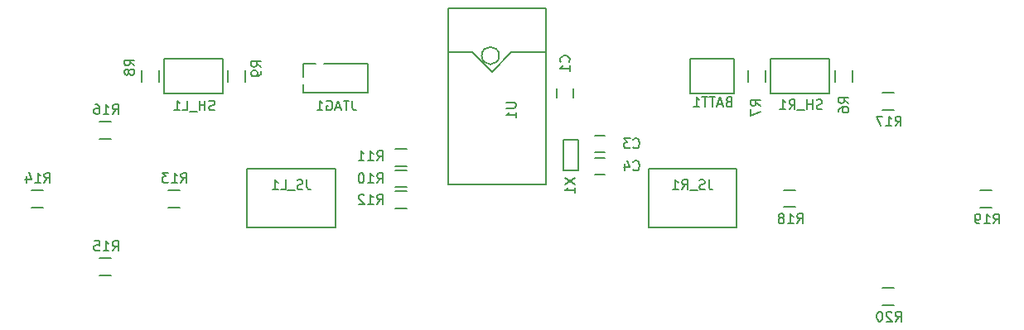
<source format=gbr>
G04 #@! TF.FileFunction,Legend,Bot*
%FSLAX46Y46*%
G04 Gerber Fmt 4.6, Leading zero omitted, Abs format (unit mm)*
G04 Created by KiCad (PCBNEW (2016-04-11 BZR 6687, Git f239aee)-product) date 4/14/2016 1:21:30 PM*
%MOMM*%
G01*
G04 APERTURE LIST*
%ADD10C,0.020000*%
%ADD11C,0.150000*%
G04 APERTURE END LIST*
D10*
D11*
X104585800Y-32877200D02*
X104585800Y-34077200D01*
X106335800Y-34077200D02*
X106335800Y-32877200D01*
X95695800Y-32877200D02*
X95695800Y-34077200D01*
X97445800Y-34077200D02*
X97445800Y-32877200D01*
X33719800Y-32826400D02*
X33719800Y-34026400D01*
X35469800Y-34026400D02*
X35469800Y-32826400D01*
X42508200Y-32877200D02*
X42508200Y-34077200D01*
X44258200Y-34077200D02*
X44258200Y-32877200D01*
X36382400Y-46874400D02*
X37582400Y-46874400D01*
X37582400Y-45124400D02*
X36382400Y-45124400D01*
X22412400Y-46874400D02*
X23612400Y-46874400D01*
X23612400Y-45124400D02*
X22412400Y-45124400D01*
X29397400Y-53859400D02*
X30597400Y-53859400D01*
X30597400Y-52109400D02*
X29397400Y-52109400D01*
X29397400Y-39864000D02*
X30597400Y-39864000D01*
X30597400Y-38114000D02*
X29397400Y-38114000D01*
X110582000Y-35142200D02*
X109382000Y-35142200D01*
X109382000Y-36892200D02*
X110582000Y-36892200D01*
X100549000Y-45099000D02*
X99349000Y-45099000D01*
X99349000Y-46849000D02*
X100549000Y-46849000D01*
X120615000Y-45124400D02*
X119415000Y-45124400D01*
X119415000Y-46874400D02*
X120615000Y-46874400D01*
X110607400Y-55132000D02*
X109407400Y-55132000D01*
X109407400Y-56882000D02*
X110607400Y-56882000D01*
X81018000Y-41236000D02*
X80018000Y-41236000D01*
X80018000Y-39536000D02*
X81018000Y-39536000D01*
X81018000Y-43522000D02*
X80018000Y-43522000D01*
X80018000Y-41822000D02*
X81018000Y-41822000D01*
X59598000Y-44817000D02*
X60798000Y-44817000D01*
X60798000Y-43067000D02*
X59598000Y-43067000D01*
X59598000Y-42658000D02*
X60798000Y-42658000D01*
X60798000Y-40908000D02*
X59598000Y-40908000D01*
X59598000Y-46976000D02*
X60798000Y-46976000D01*
X60798000Y-45226000D02*
X59598000Y-45226000D01*
X71500000Y-31000000D02*
X75000000Y-31000000D01*
X67500000Y-31000000D02*
X65000000Y-31000000D01*
X67500000Y-31000000D02*
X69500000Y-33000000D01*
X69500000Y-33000000D02*
X71500000Y-31000000D01*
X70240225Y-31350000D02*
G75*
G03X70240225Y-31350000I-890225J0D01*
G01*
X75000000Y-26500000D02*
X75000000Y-44500000D01*
X75000000Y-44500000D02*
X65000000Y-44500000D01*
X65000000Y-44500000D02*
X65000000Y-26500000D01*
X65000000Y-26500000D02*
X75000000Y-26500000D01*
X77812000Y-34679000D02*
X77812000Y-35679000D01*
X76112000Y-35679000D02*
X76112000Y-34679000D01*
X76847000Y-39929000D02*
X78347000Y-39929000D01*
X78347000Y-39929000D02*
X78347000Y-43129000D01*
X78347000Y-43129000D02*
X76847000Y-43129000D01*
X76847000Y-43129000D02*
X76847000Y-39929000D01*
X94250000Y-35200000D02*
X89750000Y-35200000D01*
X89750000Y-35200000D02*
X89750000Y-31700000D01*
X89750000Y-31700000D02*
X94250000Y-31700000D01*
X94250000Y-31700000D02*
X94250000Y-35200000D01*
X44500000Y-42900000D02*
X44500000Y-48900000D01*
X44500000Y-42900000D02*
X53500000Y-42900000D01*
X53500000Y-42900000D02*
X53500000Y-48900000D01*
X53500000Y-48900000D02*
X44500000Y-48900000D01*
X85500000Y-42900000D02*
X85500000Y-48900000D01*
X85500000Y-42900000D02*
X94500000Y-42900000D01*
X94500000Y-42900000D02*
X94500000Y-48900000D01*
X94500000Y-48900000D02*
X85500000Y-48900000D01*
X50200000Y-35100000D02*
X50200000Y-34300000D01*
X56850000Y-35100000D02*
X50200000Y-35100000D01*
X56850000Y-35100000D02*
X56850000Y-32150000D01*
X56850000Y-32150000D02*
X52300000Y-32150000D01*
X50200000Y-33500000D02*
X50200000Y-32150000D01*
X50200000Y-32150000D02*
X51500000Y-32150000D01*
X42000000Y-31700000D02*
X42000000Y-35200000D01*
X42000000Y-35200000D02*
X36000000Y-35200000D01*
X36000000Y-35200000D02*
X36000000Y-31700000D01*
X36000000Y-31700000D02*
X42000000Y-31700000D01*
X104000000Y-31700000D02*
X104000000Y-35200000D01*
X104000000Y-35200000D02*
X98000000Y-35200000D01*
X98000000Y-35200000D02*
X98000000Y-31700000D01*
X98000000Y-31700000D02*
X104000000Y-31700000D01*
X105952380Y-36235833D02*
X105476190Y-35902500D01*
X105952380Y-35664404D02*
X104952380Y-35664404D01*
X104952380Y-36045357D01*
X105000000Y-36140595D01*
X105047619Y-36188214D01*
X105142857Y-36235833D01*
X105285714Y-36235833D01*
X105380952Y-36188214D01*
X105428571Y-36140595D01*
X105476190Y-36045357D01*
X105476190Y-35664404D01*
X104952380Y-37092976D02*
X104952380Y-36902500D01*
X105000000Y-36807261D01*
X105047619Y-36759642D01*
X105190476Y-36664404D01*
X105380952Y-36616785D01*
X105761904Y-36616785D01*
X105857142Y-36664404D01*
X105904761Y-36712023D01*
X105952380Y-36807261D01*
X105952380Y-36997738D01*
X105904761Y-37092976D01*
X105857142Y-37140595D01*
X105761904Y-37188214D01*
X105523809Y-37188214D01*
X105428571Y-37140595D01*
X105380952Y-37092976D01*
X105333333Y-36997738D01*
X105333333Y-36807261D01*
X105380952Y-36712023D01*
X105428571Y-36664404D01*
X105523809Y-36616785D01*
X96952380Y-36485833D02*
X96476190Y-36152500D01*
X96952380Y-35914404D02*
X95952380Y-35914404D01*
X95952380Y-36295357D01*
X96000000Y-36390595D01*
X96047619Y-36438214D01*
X96142857Y-36485833D01*
X96285714Y-36485833D01*
X96380952Y-36438214D01*
X96428571Y-36390595D01*
X96476190Y-36295357D01*
X96476190Y-35914404D01*
X95952380Y-36819166D02*
X95952380Y-37485833D01*
X96952380Y-37057261D01*
X32964380Y-32374833D02*
X32488190Y-32041500D01*
X32964380Y-31803404D02*
X31964380Y-31803404D01*
X31964380Y-32184357D01*
X32012000Y-32279595D01*
X32059619Y-32327214D01*
X32154857Y-32374833D01*
X32297714Y-32374833D01*
X32392952Y-32327214D01*
X32440571Y-32279595D01*
X32488190Y-32184357D01*
X32488190Y-31803404D01*
X32392952Y-32946261D02*
X32345333Y-32851023D01*
X32297714Y-32803404D01*
X32202476Y-32755785D01*
X32154857Y-32755785D01*
X32059619Y-32803404D01*
X32012000Y-32851023D01*
X31964380Y-32946261D01*
X31964380Y-33136738D01*
X32012000Y-33231976D01*
X32059619Y-33279595D01*
X32154857Y-33327214D01*
X32202476Y-33327214D01*
X32297714Y-33279595D01*
X32345333Y-33231976D01*
X32392952Y-33136738D01*
X32392952Y-32946261D01*
X32440571Y-32851023D01*
X32488190Y-32803404D01*
X32583428Y-32755785D01*
X32773904Y-32755785D01*
X32869142Y-32803404D01*
X32916761Y-32851023D01*
X32964380Y-32946261D01*
X32964380Y-33136738D01*
X32916761Y-33231976D01*
X32869142Y-33279595D01*
X32773904Y-33327214D01*
X32583428Y-33327214D01*
X32488190Y-33279595D01*
X32440571Y-33231976D01*
X32392952Y-33136738D01*
X45918380Y-32501833D02*
X45442190Y-32168500D01*
X45918380Y-31930404D02*
X44918380Y-31930404D01*
X44918380Y-32311357D01*
X44966000Y-32406595D01*
X45013619Y-32454214D01*
X45108857Y-32501833D01*
X45251714Y-32501833D01*
X45346952Y-32454214D01*
X45394571Y-32406595D01*
X45442190Y-32311357D01*
X45442190Y-31930404D01*
X45918380Y-32978023D02*
X45918380Y-33168500D01*
X45870761Y-33263738D01*
X45823142Y-33311357D01*
X45680285Y-33406595D01*
X45489809Y-33454214D01*
X45108857Y-33454214D01*
X45013619Y-33406595D01*
X44966000Y-33358976D01*
X44918380Y-33263738D01*
X44918380Y-33073261D01*
X44966000Y-32978023D01*
X45013619Y-32930404D01*
X45108857Y-32882785D01*
X45346952Y-32882785D01*
X45442190Y-32930404D01*
X45489809Y-32978023D01*
X45537428Y-33073261D01*
X45537428Y-33263738D01*
X45489809Y-33358976D01*
X45442190Y-33406595D01*
X45346952Y-33454214D01*
X37722757Y-44351780D02*
X38056090Y-43875590D01*
X38294185Y-44351780D02*
X38294185Y-43351780D01*
X37913233Y-43351780D01*
X37817995Y-43399400D01*
X37770376Y-43447019D01*
X37722757Y-43542257D01*
X37722757Y-43685114D01*
X37770376Y-43780352D01*
X37817995Y-43827971D01*
X37913233Y-43875590D01*
X38294185Y-43875590D01*
X36770376Y-44351780D02*
X37341804Y-44351780D01*
X37056090Y-44351780D02*
X37056090Y-43351780D01*
X37151328Y-43494638D01*
X37246566Y-43589876D01*
X37341804Y-43637495D01*
X36437042Y-43351780D02*
X35817995Y-43351780D01*
X36151328Y-43732733D01*
X36008471Y-43732733D01*
X35913233Y-43780352D01*
X35865614Y-43827971D01*
X35817995Y-43923209D01*
X35817995Y-44161304D01*
X35865614Y-44256542D01*
X35913233Y-44304161D01*
X36008471Y-44351780D01*
X36294185Y-44351780D01*
X36389423Y-44304161D01*
X36437042Y-44256542D01*
X23752757Y-44351780D02*
X24086090Y-43875590D01*
X24324185Y-44351780D02*
X24324185Y-43351780D01*
X23943233Y-43351780D01*
X23847995Y-43399400D01*
X23800376Y-43447019D01*
X23752757Y-43542257D01*
X23752757Y-43685114D01*
X23800376Y-43780352D01*
X23847995Y-43827971D01*
X23943233Y-43875590D01*
X24324185Y-43875590D01*
X22800376Y-44351780D02*
X23371804Y-44351780D01*
X23086090Y-44351780D02*
X23086090Y-43351780D01*
X23181328Y-43494638D01*
X23276566Y-43589876D01*
X23371804Y-43637495D01*
X21943233Y-43685114D02*
X21943233Y-44351780D01*
X22181328Y-43304161D02*
X22419423Y-44018447D01*
X21800376Y-44018447D01*
X30737757Y-51336780D02*
X31071090Y-50860590D01*
X31309185Y-51336780D02*
X31309185Y-50336780D01*
X30928233Y-50336780D01*
X30832995Y-50384400D01*
X30785376Y-50432019D01*
X30737757Y-50527257D01*
X30737757Y-50670114D01*
X30785376Y-50765352D01*
X30832995Y-50812971D01*
X30928233Y-50860590D01*
X31309185Y-50860590D01*
X29785376Y-51336780D02*
X30356804Y-51336780D01*
X30071090Y-51336780D02*
X30071090Y-50336780D01*
X30166328Y-50479638D01*
X30261566Y-50574876D01*
X30356804Y-50622495D01*
X28880614Y-50336780D02*
X29356804Y-50336780D01*
X29404423Y-50812971D01*
X29356804Y-50765352D01*
X29261566Y-50717733D01*
X29023471Y-50717733D01*
X28928233Y-50765352D01*
X28880614Y-50812971D01*
X28832995Y-50908209D01*
X28832995Y-51146304D01*
X28880614Y-51241542D01*
X28928233Y-51289161D01*
X29023471Y-51336780D01*
X29261566Y-51336780D01*
X29356804Y-51289161D01*
X29404423Y-51241542D01*
X30737757Y-37341380D02*
X31071090Y-36865190D01*
X31309185Y-37341380D02*
X31309185Y-36341380D01*
X30928233Y-36341380D01*
X30832995Y-36389000D01*
X30785376Y-36436619D01*
X30737757Y-36531857D01*
X30737757Y-36674714D01*
X30785376Y-36769952D01*
X30832995Y-36817571D01*
X30928233Y-36865190D01*
X31309185Y-36865190D01*
X29785376Y-37341380D02*
X30356804Y-37341380D01*
X30071090Y-37341380D02*
X30071090Y-36341380D01*
X30166328Y-36484238D01*
X30261566Y-36579476D01*
X30356804Y-36627095D01*
X28928233Y-36341380D02*
X29118709Y-36341380D01*
X29213947Y-36389000D01*
X29261566Y-36436619D01*
X29356804Y-36579476D01*
X29404423Y-36769952D01*
X29404423Y-37150904D01*
X29356804Y-37246142D01*
X29309185Y-37293761D01*
X29213947Y-37341380D01*
X29023471Y-37341380D01*
X28928233Y-37293761D01*
X28880614Y-37246142D01*
X28832995Y-37150904D01*
X28832995Y-36912809D01*
X28880614Y-36817571D01*
X28928233Y-36769952D01*
X29023471Y-36722333D01*
X29213947Y-36722333D01*
X29309185Y-36769952D01*
X29356804Y-36817571D01*
X29404423Y-36912809D01*
X110722357Y-38569580D02*
X111055690Y-38093390D01*
X111293785Y-38569580D02*
X111293785Y-37569580D01*
X110912833Y-37569580D01*
X110817595Y-37617200D01*
X110769976Y-37664819D01*
X110722357Y-37760057D01*
X110722357Y-37902914D01*
X110769976Y-37998152D01*
X110817595Y-38045771D01*
X110912833Y-38093390D01*
X111293785Y-38093390D01*
X109769976Y-38569580D02*
X110341404Y-38569580D01*
X110055690Y-38569580D02*
X110055690Y-37569580D01*
X110150928Y-37712438D01*
X110246166Y-37807676D01*
X110341404Y-37855295D01*
X109436642Y-37569580D02*
X108769976Y-37569580D01*
X109198547Y-38569580D01*
X100689357Y-48526380D02*
X101022690Y-48050190D01*
X101260785Y-48526380D02*
X101260785Y-47526380D01*
X100879833Y-47526380D01*
X100784595Y-47574000D01*
X100736976Y-47621619D01*
X100689357Y-47716857D01*
X100689357Y-47859714D01*
X100736976Y-47954952D01*
X100784595Y-48002571D01*
X100879833Y-48050190D01*
X101260785Y-48050190D01*
X99736976Y-48526380D02*
X100308404Y-48526380D01*
X100022690Y-48526380D02*
X100022690Y-47526380D01*
X100117928Y-47669238D01*
X100213166Y-47764476D01*
X100308404Y-47812095D01*
X99165547Y-47954952D02*
X99260785Y-47907333D01*
X99308404Y-47859714D01*
X99356023Y-47764476D01*
X99356023Y-47716857D01*
X99308404Y-47621619D01*
X99260785Y-47574000D01*
X99165547Y-47526380D01*
X98975071Y-47526380D01*
X98879833Y-47574000D01*
X98832214Y-47621619D01*
X98784595Y-47716857D01*
X98784595Y-47764476D01*
X98832214Y-47859714D01*
X98879833Y-47907333D01*
X98975071Y-47954952D01*
X99165547Y-47954952D01*
X99260785Y-48002571D01*
X99308404Y-48050190D01*
X99356023Y-48145428D01*
X99356023Y-48335904D01*
X99308404Y-48431142D01*
X99260785Y-48478761D01*
X99165547Y-48526380D01*
X98975071Y-48526380D01*
X98879833Y-48478761D01*
X98832214Y-48431142D01*
X98784595Y-48335904D01*
X98784595Y-48145428D01*
X98832214Y-48050190D01*
X98879833Y-48002571D01*
X98975071Y-47954952D01*
X120755357Y-48551780D02*
X121088690Y-48075590D01*
X121326785Y-48551780D02*
X121326785Y-47551780D01*
X120945833Y-47551780D01*
X120850595Y-47599400D01*
X120802976Y-47647019D01*
X120755357Y-47742257D01*
X120755357Y-47885114D01*
X120802976Y-47980352D01*
X120850595Y-48027971D01*
X120945833Y-48075590D01*
X121326785Y-48075590D01*
X119802976Y-48551780D02*
X120374404Y-48551780D01*
X120088690Y-48551780D02*
X120088690Y-47551780D01*
X120183928Y-47694638D01*
X120279166Y-47789876D01*
X120374404Y-47837495D01*
X119326785Y-48551780D02*
X119136309Y-48551780D01*
X119041071Y-48504161D01*
X118993452Y-48456542D01*
X118898214Y-48313685D01*
X118850595Y-48123209D01*
X118850595Y-47742257D01*
X118898214Y-47647019D01*
X118945833Y-47599400D01*
X119041071Y-47551780D01*
X119231547Y-47551780D01*
X119326785Y-47599400D01*
X119374404Y-47647019D01*
X119422023Y-47742257D01*
X119422023Y-47980352D01*
X119374404Y-48075590D01*
X119326785Y-48123209D01*
X119231547Y-48170828D01*
X119041071Y-48170828D01*
X118945833Y-48123209D01*
X118898214Y-48075590D01*
X118850595Y-47980352D01*
X110747757Y-58559380D02*
X111081090Y-58083190D01*
X111319185Y-58559380D02*
X111319185Y-57559380D01*
X110938233Y-57559380D01*
X110842995Y-57607000D01*
X110795376Y-57654619D01*
X110747757Y-57749857D01*
X110747757Y-57892714D01*
X110795376Y-57987952D01*
X110842995Y-58035571D01*
X110938233Y-58083190D01*
X111319185Y-58083190D01*
X110366804Y-57654619D02*
X110319185Y-57607000D01*
X110223947Y-57559380D01*
X109985852Y-57559380D01*
X109890614Y-57607000D01*
X109842995Y-57654619D01*
X109795376Y-57749857D01*
X109795376Y-57845095D01*
X109842995Y-57987952D01*
X110414423Y-58559380D01*
X109795376Y-58559380D01*
X109176328Y-57559380D02*
X109081090Y-57559380D01*
X108985852Y-57607000D01*
X108938233Y-57654619D01*
X108890614Y-57749857D01*
X108842995Y-57940333D01*
X108842995Y-58178428D01*
X108890614Y-58368904D01*
X108938233Y-58464142D01*
X108985852Y-58511761D01*
X109081090Y-58559380D01*
X109176328Y-58559380D01*
X109271566Y-58511761D01*
X109319185Y-58464142D01*
X109366804Y-58368904D01*
X109414423Y-58178428D01*
X109414423Y-57940333D01*
X109366804Y-57749857D01*
X109319185Y-57654619D01*
X109271566Y-57607000D01*
X109176328Y-57559380D01*
X83957166Y-40743142D02*
X84004785Y-40790761D01*
X84147642Y-40838380D01*
X84242880Y-40838380D01*
X84385738Y-40790761D01*
X84480976Y-40695523D01*
X84528595Y-40600285D01*
X84576214Y-40409809D01*
X84576214Y-40266952D01*
X84528595Y-40076476D01*
X84480976Y-39981238D01*
X84385738Y-39886000D01*
X84242880Y-39838380D01*
X84147642Y-39838380D01*
X84004785Y-39886000D01*
X83957166Y-39933619D01*
X83623833Y-39838380D02*
X83004785Y-39838380D01*
X83338119Y-40219333D01*
X83195261Y-40219333D01*
X83100023Y-40266952D01*
X83052404Y-40314571D01*
X83004785Y-40409809D01*
X83004785Y-40647904D01*
X83052404Y-40743142D01*
X83100023Y-40790761D01*
X83195261Y-40838380D01*
X83480976Y-40838380D01*
X83576214Y-40790761D01*
X83623833Y-40743142D01*
X83957166Y-43029142D02*
X84004785Y-43076761D01*
X84147642Y-43124380D01*
X84242880Y-43124380D01*
X84385738Y-43076761D01*
X84480976Y-42981523D01*
X84528595Y-42886285D01*
X84576214Y-42695809D01*
X84576214Y-42552952D01*
X84528595Y-42362476D01*
X84480976Y-42267238D01*
X84385738Y-42172000D01*
X84242880Y-42124380D01*
X84147642Y-42124380D01*
X84004785Y-42172000D01*
X83957166Y-42219619D01*
X83100023Y-42457714D02*
X83100023Y-43124380D01*
X83338119Y-42076761D02*
X83576214Y-42791047D01*
X82957166Y-42791047D01*
X57763357Y-44394380D02*
X58096690Y-43918190D01*
X58334785Y-44394380D02*
X58334785Y-43394380D01*
X57953833Y-43394380D01*
X57858595Y-43442000D01*
X57810976Y-43489619D01*
X57763357Y-43584857D01*
X57763357Y-43727714D01*
X57810976Y-43822952D01*
X57858595Y-43870571D01*
X57953833Y-43918190D01*
X58334785Y-43918190D01*
X56810976Y-44394380D02*
X57382404Y-44394380D01*
X57096690Y-44394380D02*
X57096690Y-43394380D01*
X57191928Y-43537238D01*
X57287166Y-43632476D01*
X57382404Y-43680095D01*
X56191928Y-43394380D02*
X56096690Y-43394380D01*
X56001452Y-43442000D01*
X55953833Y-43489619D01*
X55906214Y-43584857D01*
X55858595Y-43775333D01*
X55858595Y-44013428D01*
X55906214Y-44203904D01*
X55953833Y-44299142D01*
X56001452Y-44346761D01*
X56096690Y-44394380D01*
X56191928Y-44394380D01*
X56287166Y-44346761D01*
X56334785Y-44299142D01*
X56382404Y-44203904D01*
X56430023Y-44013428D01*
X56430023Y-43775333D01*
X56382404Y-43584857D01*
X56334785Y-43489619D01*
X56287166Y-43442000D01*
X56191928Y-43394380D01*
X57763357Y-42108380D02*
X58096690Y-41632190D01*
X58334785Y-42108380D02*
X58334785Y-41108380D01*
X57953833Y-41108380D01*
X57858595Y-41156000D01*
X57810976Y-41203619D01*
X57763357Y-41298857D01*
X57763357Y-41441714D01*
X57810976Y-41536952D01*
X57858595Y-41584571D01*
X57953833Y-41632190D01*
X58334785Y-41632190D01*
X56810976Y-42108380D02*
X57382404Y-42108380D01*
X57096690Y-42108380D02*
X57096690Y-41108380D01*
X57191928Y-41251238D01*
X57287166Y-41346476D01*
X57382404Y-41394095D01*
X55858595Y-42108380D02*
X56430023Y-42108380D01*
X56144309Y-42108380D02*
X56144309Y-41108380D01*
X56239547Y-41251238D01*
X56334785Y-41346476D01*
X56430023Y-41394095D01*
X57763357Y-46553380D02*
X58096690Y-46077190D01*
X58334785Y-46553380D02*
X58334785Y-45553380D01*
X57953833Y-45553380D01*
X57858595Y-45601000D01*
X57810976Y-45648619D01*
X57763357Y-45743857D01*
X57763357Y-45886714D01*
X57810976Y-45981952D01*
X57858595Y-46029571D01*
X57953833Y-46077190D01*
X58334785Y-46077190D01*
X56810976Y-46553380D02*
X57382404Y-46553380D01*
X57096690Y-46553380D02*
X57096690Y-45553380D01*
X57191928Y-45696238D01*
X57287166Y-45791476D01*
X57382404Y-45839095D01*
X56430023Y-45648619D02*
X56382404Y-45601000D01*
X56287166Y-45553380D01*
X56049071Y-45553380D01*
X55953833Y-45601000D01*
X55906214Y-45648619D01*
X55858595Y-45743857D01*
X55858595Y-45839095D01*
X55906214Y-45981952D01*
X56477642Y-46553380D01*
X55858595Y-46553380D01*
X70952380Y-36140595D02*
X71761904Y-36140595D01*
X71857142Y-36188214D01*
X71904761Y-36235833D01*
X71952380Y-36331071D01*
X71952380Y-36521547D01*
X71904761Y-36616785D01*
X71857142Y-36664404D01*
X71761904Y-36712023D01*
X70952380Y-36712023D01*
X71952380Y-37712023D02*
X71952380Y-37140595D01*
X71952380Y-37426309D02*
X70952380Y-37426309D01*
X71095238Y-37331071D01*
X71190476Y-37235833D01*
X71238095Y-37140595D01*
X77357142Y-31985833D02*
X77404761Y-31938214D01*
X77452380Y-31795357D01*
X77452380Y-31700119D01*
X77404761Y-31557261D01*
X77309523Y-31462023D01*
X77214285Y-31414404D01*
X77023809Y-31366785D01*
X76880952Y-31366785D01*
X76690476Y-31414404D01*
X76595238Y-31462023D01*
X76500000Y-31557261D01*
X76452380Y-31700119D01*
X76452380Y-31795357D01*
X76500000Y-31938214D01*
X76547619Y-31985833D01*
X77452380Y-32938214D02*
X77452380Y-32366785D01*
X77452380Y-32652500D02*
X76452380Y-32652500D01*
X76595238Y-32557261D01*
X76690476Y-32462023D01*
X76738095Y-32366785D01*
X76952380Y-43842976D02*
X77952380Y-44509642D01*
X76952380Y-44509642D02*
X77952380Y-43842976D01*
X77952380Y-45414404D02*
X77952380Y-44842976D01*
X77952380Y-45128690D02*
X76952380Y-45128690D01*
X77095238Y-45033452D01*
X77190476Y-44938214D01*
X77238095Y-44842976D01*
X93692738Y-36078571D02*
X93549880Y-36126190D01*
X93502261Y-36173809D01*
X93454642Y-36269047D01*
X93454642Y-36411904D01*
X93502261Y-36507142D01*
X93549880Y-36554761D01*
X93645119Y-36602380D01*
X94026071Y-36602380D01*
X94026071Y-35602380D01*
X93692738Y-35602380D01*
X93597500Y-35650000D01*
X93549880Y-35697619D01*
X93502261Y-35792857D01*
X93502261Y-35888095D01*
X93549880Y-35983333D01*
X93597500Y-36030952D01*
X93692738Y-36078571D01*
X94026071Y-36078571D01*
X93073690Y-36316666D02*
X92597500Y-36316666D01*
X93168928Y-36602380D02*
X92835595Y-35602380D01*
X92502261Y-36602380D01*
X92311785Y-35602380D02*
X91740357Y-35602380D01*
X92026071Y-36602380D02*
X92026071Y-35602380D01*
X91549880Y-35602380D02*
X90978452Y-35602380D01*
X91264166Y-36602380D02*
X91264166Y-35602380D01*
X90121309Y-36602380D02*
X90692738Y-36602380D01*
X90407023Y-36602380D02*
X90407023Y-35602380D01*
X90502261Y-35745238D01*
X90597500Y-35840476D01*
X90692738Y-35888095D01*
X50592738Y-44052380D02*
X50592738Y-44766666D01*
X50640357Y-44909523D01*
X50735595Y-45004761D01*
X50878452Y-45052380D01*
X50973690Y-45052380D01*
X50164166Y-45004761D02*
X50021309Y-45052380D01*
X49783214Y-45052380D01*
X49687976Y-45004761D01*
X49640357Y-44957142D01*
X49592738Y-44861904D01*
X49592738Y-44766666D01*
X49640357Y-44671428D01*
X49687976Y-44623809D01*
X49783214Y-44576190D01*
X49973690Y-44528571D01*
X50068928Y-44480952D01*
X50116547Y-44433333D01*
X50164166Y-44338095D01*
X50164166Y-44242857D01*
X50116547Y-44147619D01*
X50068928Y-44100000D01*
X49973690Y-44052380D01*
X49735595Y-44052380D01*
X49592738Y-44100000D01*
X49402261Y-45147619D02*
X48640357Y-45147619D01*
X47926071Y-45052380D02*
X48402261Y-45052380D01*
X48402261Y-44052380D01*
X47068928Y-45052380D02*
X47640357Y-45052380D01*
X47354642Y-45052380D02*
X47354642Y-44052380D01*
X47449880Y-44195238D01*
X47545119Y-44290476D01*
X47640357Y-44338095D01*
X91687976Y-44052380D02*
X91687976Y-44766666D01*
X91735595Y-44909523D01*
X91830833Y-45004761D01*
X91973690Y-45052380D01*
X92068928Y-45052380D01*
X91259404Y-45004761D02*
X91116547Y-45052380D01*
X90878452Y-45052380D01*
X90783214Y-45004761D01*
X90735595Y-44957142D01*
X90687976Y-44861904D01*
X90687976Y-44766666D01*
X90735595Y-44671428D01*
X90783214Y-44623809D01*
X90878452Y-44576190D01*
X91068928Y-44528571D01*
X91164166Y-44480952D01*
X91211785Y-44433333D01*
X91259404Y-44338095D01*
X91259404Y-44242857D01*
X91211785Y-44147619D01*
X91164166Y-44100000D01*
X91068928Y-44052380D01*
X90830833Y-44052380D01*
X90687976Y-44100000D01*
X90497500Y-45147619D02*
X89735595Y-45147619D01*
X88926071Y-45052380D02*
X89259404Y-44576190D01*
X89497500Y-45052380D02*
X89497500Y-44052380D01*
X89116547Y-44052380D01*
X89021309Y-44100000D01*
X88973690Y-44147619D01*
X88926071Y-44242857D01*
X88926071Y-44385714D01*
X88973690Y-44480952D01*
X89021309Y-44528571D01*
X89116547Y-44576190D01*
X89497500Y-44576190D01*
X87973690Y-45052380D02*
X88545119Y-45052380D01*
X88259404Y-45052380D02*
X88259404Y-44052380D01*
X88354642Y-44195238D01*
X88449880Y-44290476D01*
X88545119Y-44338095D01*
X55240357Y-35952380D02*
X55240357Y-36666666D01*
X55287976Y-36809523D01*
X55383214Y-36904761D01*
X55526071Y-36952380D01*
X55621309Y-36952380D01*
X54907023Y-35952380D02*
X54335595Y-35952380D01*
X54621309Y-36952380D02*
X54621309Y-35952380D01*
X54049880Y-36666666D02*
X53573690Y-36666666D01*
X54145119Y-36952380D02*
X53811785Y-35952380D01*
X53478452Y-36952380D01*
X52621309Y-36000000D02*
X52716547Y-35952380D01*
X52859404Y-35952380D01*
X53002261Y-36000000D01*
X53097500Y-36095238D01*
X53145119Y-36190476D01*
X53192738Y-36380952D01*
X53192738Y-36523809D01*
X53145119Y-36714285D01*
X53097500Y-36809523D01*
X53002261Y-36904761D01*
X52859404Y-36952380D01*
X52764166Y-36952380D01*
X52621309Y-36904761D01*
X52573690Y-36857142D01*
X52573690Y-36523809D01*
X52764166Y-36523809D01*
X51621309Y-36952380D02*
X52192738Y-36952380D01*
X51907023Y-36952380D02*
X51907023Y-35952380D01*
X52002261Y-36095238D01*
X52097500Y-36190476D01*
X52192738Y-36238095D01*
X41168928Y-36904761D02*
X41026071Y-36952380D01*
X40787976Y-36952380D01*
X40692738Y-36904761D01*
X40645119Y-36857142D01*
X40597500Y-36761904D01*
X40597500Y-36666666D01*
X40645119Y-36571428D01*
X40692738Y-36523809D01*
X40787976Y-36476190D01*
X40978452Y-36428571D01*
X41073690Y-36380952D01*
X41121309Y-36333333D01*
X41168928Y-36238095D01*
X41168928Y-36142857D01*
X41121309Y-36047619D01*
X41073690Y-36000000D01*
X40978452Y-35952380D01*
X40740357Y-35952380D01*
X40597500Y-36000000D01*
X40168928Y-36952380D02*
X40168928Y-35952380D01*
X40168928Y-36428571D02*
X39597500Y-36428571D01*
X39597500Y-36952380D02*
X39597500Y-35952380D01*
X39359404Y-37047619D02*
X38597500Y-37047619D01*
X37883214Y-36952380D02*
X38359404Y-36952380D01*
X38359404Y-35952380D01*
X37026071Y-36952380D02*
X37597500Y-36952380D01*
X37311785Y-36952380D02*
X37311785Y-35952380D01*
X37407023Y-36095238D01*
X37502261Y-36190476D01*
X37597500Y-36238095D01*
X103264166Y-36804761D02*
X103121309Y-36852380D01*
X102883214Y-36852380D01*
X102787976Y-36804761D01*
X102740357Y-36757142D01*
X102692738Y-36661904D01*
X102692738Y-36566666D01*
X102740357Y-36471428D01*
X102787976Y-36423809D01*
X102883214Y-36376190D01*
X103073690Y-36328571D01*
X103168928Y-36280952D01*
X103216547Y-36233333D01*
X103264166Y-36138095D01*
X103264166Y-36042857D01*
X103216547Y-35947619D01*
X103168928Y-35900000D01*
X103073690Y-35852380D01*
X102835595Y-35852380D01*
X102692738Y-35900000D01*
X102264166Y-36852380D02*
X102264166Y-35852380D01*
X102264166Y-36328571D02*
X101692738Y-36328571D01*
X101692738Y-36852380D02*
X101692738Y-35852380D01*
X101454642Y-36947619D02*
X100692738Y-36947619D01*
X99883214Y-36852380D02*
X100216547Y-36376190D01*
X100454642Y-36852380D02*
X100454642Y-35852380D01*
X100073690Y-35852380D01*
X99978452Y-35900000D01*
X99930833Y-35947619D01*
X99883214Y-36042857D01*
X99883214Y-36185714D01*
X99930833Y-36280952D01*
X99978452Y-36328571D01*
X100073690Y-36376190D01*
X100454642Y-36376190D01*
X98930833Y-36852380D02*
X99502261Y-36852380D01*
X99216547Y-36852380D02*
X99216547Y-35852380D01*
X99311785Y-35995238D01*
X99407023Y-36090476D01*
X99502261Y-36138095D01*
M02*

</source>
